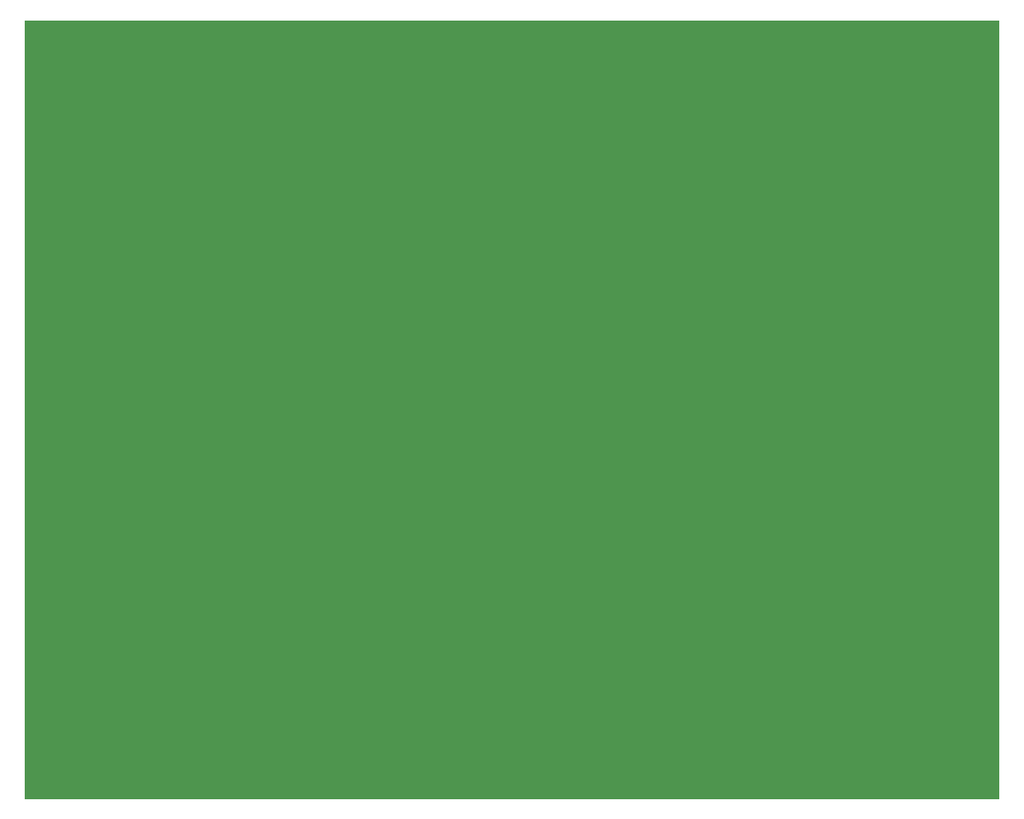
<source format=gbr>
G04 DipTrace 2.3.1.0*
%INuCANHub_Board.gbr*%
%MOIN*%
%ADD11C,0.0055*%
%FSLAX44Y44*%
G04*
G70*
G90*
G75*
G01*
%LNBoardPoly*%
%LPD*%
G36*
X3937Y3937D2*
D11*
X43307D1*
Y35433D1*
X3937D1*
Y3937D1*
G37*
M02*

</source>
